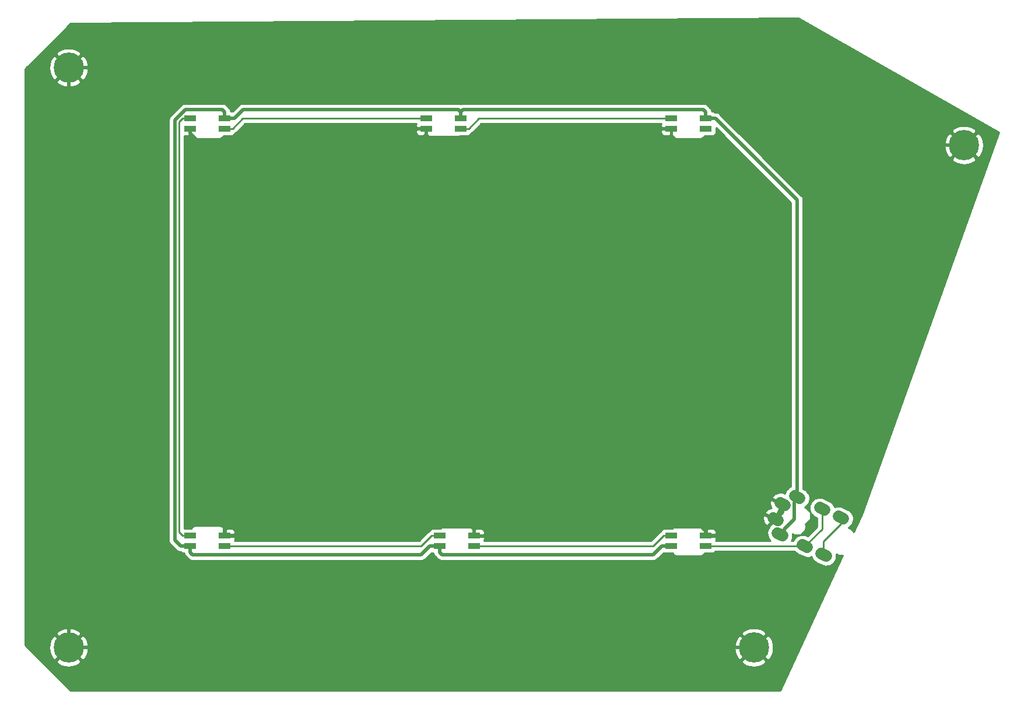
<source format=gbr>
G04 #@! TF.GenerationSoftware,KiCad,Pcbnew,5.1.5+dfsg1-2build2*
G04 #@! TF.CreationDate,2021-03-23T21:18:19+09:00*
G04 #@! TF.ProjectId,rest,72657374-2e6b-4696-9361-645f70636258,rev?*
G04 #@! TF.SameCoordinates,Original*
G04 #@! TF.FileFunction,Copper,L1,Top*
G04 #@! TF.FilePolarity,Positive*
%FSLAX46Y46*%
G04 Gerber Fmt 4.6, Leading zero omitted, Abs format (unit mm)*
G04 Created by KiCad (PCBNEW 5.1.5+dfsg1-2build2) date 2021-03-23 21:18:19*
%MOMM*%
%LPD*%
G04 APERTURE LIST*
%ADD10R,1.800000X0.820000*%
%ADD11C,1.700000*%
%ADD12C,4.400000*%
%ADD13C,0.700000*%
%ADD14C,0.500000*%
%ADD15C,0.250000*%
%ADD16C,0.254000*%
G04 APERTURE END LIST*
D10*
X59655000Y-108220000D03*
X59655000Y-106720000D03*
X54655000Y-106720000D03*
X54655000Y-108220000D03*
D11*
X143141253Y-101334626D02*
X142415617Y-100997798D01*
X140012336Y-104512657D02*
X139286700Y-104175829D01*
X149490561Y-104281876D02*
X148764925Y-103945048D01*
X146769429Y-103018769D02*
X146043793Y-102681941D01*
X146985398Y-109678788D02*
X146259762Y-109341960D01*
X144264266Y-108415681D02*
X143538630Y-108078853D01*
X140636089Y-106731538D02*
X139910453Y-106394710D01*
X141043874Y-102290399D02*
X140318238Y-101953571D01*
D10*
X129505000Y-108220000D03*
X129505000Y-106720000D03*
X124505000Y-106720000D03*
X124505000Y-108220000D03*
X90850000Y-108220000D03*
X90850000Y-106720000D03*
X95850000Y-106720000D03*
X95850000Y-108220000D03*
X59655000Y-46095000D03*
X59655000Y-47595000D03*
X54655000Y-47595000D03*
X54655000Y-46095000D03*
X88945000Y-46095000D03*
X88945000Y-47595000D03*
X93945000Y-47595000D03*
X93945000Y-46095000D03*
X129505000Y-46095000D03*
X129505000Y-47595000D03*
X124505000Y-47595000D03*
X124505000Y-46095000D03*
D12*
X37000000Y-123000000D03*
D13*
X38650000Y-123000000D03*
X38166726Y-124166726D03*
X37000000Y-124650000D03*
X35833274Y-124166726D03*
X35350000Y-123000000D03*
X35833274Y-121833274D03*
X37000000Y-121350000D03*
X38166726Y-121833274D03*
X38166726Y-37583274D03*
X37000000Y-37100000D03*
X35833274Y-37583274D03*
X35350000Y-38750000D03*
X35833274Y-39916726D03*
X37000000Y-40400000D03*
X38166726Y-39916726D03*
X38650000Y-38750000D03*
D12*
X37000000Y-38750000D03*
X136500000Y-123000000D03*
D13*
X138150000Y-123000000D03*
X137666726Y-124166726D03*
X136500000Y-124650000D03*
X135333274Y-124166726D03*
X134850000Y-123000000D03*
X135333274Y-121833274D03*
X136500000Y-121350000D03*
X137666726Y-121833274D03*
X168166726Y-48833274D03*
X167000000Y-48350000D03*
X165833274Y-48833274D03*
X165350000Y-50000000D03*
X165833274Y-51166726D03*
X167000000Y-51650000D03*
X168166726Y-51166726D03*
X168650000Y-50000000D03*
D12*
X167000000Y-50000000D03*
D14*
X140681056Y-103312705D02*
X139649518Y-104344243D01*
X140681056Y-102121985D02*
X140681056Y-103312705D01*
X95850000Y-105810000D02*
X95850000Y-106720000D01*
X96200010Y-105459990D02*
X95850000Y-105810000D01*
X128916253Y-105459990D02*
X96200010Y-105459990D01*
X129505000Y-106048737D02*
X128916253Y-105459990D01*
X129505000Y-106720000D02*
X129505000Y-106048737D01*
X89295010Y-48855010D02*
X88945000Y-48505000D01*
X121844990Y-48855010D02*
X89295010Y-48855010D01*
X123105000Y-47595000D02*
X121844990Y-48855010D01*
X124505000Y-47595000D02*
X123105000Y-47595000D01*
X88945000Y-48505000D02*
X84183737Y-53266263D01*
X88945000Y-47595000D02*
X88945000Y-48505000D01*
X95499990Y-105459990D02*
X95850000Y-105810000D01*
X61055000Y-106720000D02*
X62315010Y-105459990D01*
X59655000Y-106720000D02*
X61055000Y-106720000D01*
X54655000Y-48266263D02*
X59655000Y-53266263D01*
X62315010Y-105459990D02*
X95499990Y-105459990D01*
X54655000Y-47595000D02*
X54655000Y-48266263D01*
X59655000Y-53266263D02*
X84183737Y-53266263D01*
X137273761Y-106720000D02*
X129505000Y-106720000D01*
X139649518Y-104344243D02*
X137273761Y-106720000D01*
X59655000Y-98720000D02*
X59655000Y-53266263D01*
X59655000Y-106720000D02*
X59655000Y-98720000D01*
X40111269Y-38750000D02*
X37000000Y-38750000D01*
X163888731Y-50000000D02*
X152638731Y-38750000D01*
X152638731Y-38750000D02*
X40111269Y-38750000D01*
X167000000Y-50000000D02*
X163888731Y-50000000D01*
X37000000Y-38750000D02*
X37000000Y-123000000D01*
X37000000Y-123000000D02*
X136500000Y-123000000D01*
D15*
X146406611Y-102850355D02*
X146406611Y-105742104D01*
X146406611Y-105742104D02*
X143901448Y-108247267D01*
D14*
X142778435Y-101476565D02*
X142340778Y-101914222D01*
X142340778Y-104366195D02*
X140913293Y-105793680D01*
X140913293Y-105793680D02*
X140913293Y-105923102D01*
X140913293Y-105923102D02*
X140273271Y-106563124D01*
X142778435Y-101166212D02*
X142778435Y-101476565D01*
X142340778Y-101914222D02*
X142340778Y-104366195D01*
X90850000Y-109130000D02*
X90850000Y-108220000D01*
X91200010Y-109480010D02*
X90850000Y-109130000D01*
X121844990Y-109480010D02*
X91200010Y-109480010D01*
X123105000Y-108220000D02*
X121844990Y-109480010D01*
X124505000Y-108220000D02*
X123105000Y-108220000D01*
X54655000Y-109130000D02*
X54655000Y-108220000D01*
X55005010Y-109480010D02*
X54655000Y-109130000D01*
X88189990Y-109480010D02*
X55005010Y-109480010D01*
X89450000Y-108220000D02*
X88189990Y-109480010D01*
X90850000Y-108220000D02*
X89450000Y-108220000D01*
X93594990Y-44834990D02*
X93945000Y-45185000D01*
X62315010Y-44834990D02*
X93594990Y-44834990D01*
X61055000Y-46095000D02*
X62315010Y-44834990D01*
X59655000Y-46095000D02*
X61055000Y-46095000D01*
X129505000Y-45185000D02*
X129505000Y-46095000D01*
X129154990Y-44834990D02*
X129505000Y-45185000D01*
X94295010Y-44834990D02*
X129154990Y-44834990D01*
X93945000Y-45185000D02*
X94295010Y-44834990D01*
X93945000Y-46095000D02*
X93945000Y-45185000D01*
X52424990Y-107389990D02*
X53255000Y-108220000D01*
X53255000Y-108220000D02*
X54655000Y-108220000D01*
X52424990Y-46361824D02*
X52424990Y-107389990D01*
X53951824Y-44834990D02*
X52424990Y-46361824D01*
X59304990Y-44834990D02*
X53951824Y-44834990D01*
X59655000Y-45185000D02*
X59304990Y-44834990D01*
X59655000Y-46095000D02*
X59655000Y-45185000D01*
X130905000Y-46095000D02*
X129505000Y-46095000D01*
X142778435Y-57968435D02*
X130905000Y-46095000D01*
X142778435Y-101166212D02*
X142778435Y-57968435D01*
D15*
X149127743Y-104113462D02*
X149127743Y-105050572D01*
X149127743Y-105050572D02*
X146622580Y-107555735D01*
X146622580Y-107555735D02*
X146622580Y-108573264D01*
X146622580Y-108573264D02*
X146622580Y-109510374D01*
X143874181Y-108220000D02*
X143901448Y-108247267D01*
X129505000Y-108220000D02*
X143874181Y-108220000D01*
X97000000Y-108220000D02*
X95850000Y-108220000D01*
X121855000Y-108220000D02*
X97000000Y-108220000D01*
X123355000Y-106720000D02*
X121855000Y-108220000D01*
X124505000Y-106720000D02*
X123355000Y-106720000D01*
X60805000Y-108220000D02*
X59655000Y-108220000D01*
X88200000Y-108220000D02*
X60805000Y-108220000D01*
X89700000Y-106720000D02*
X88200000Y-108220000D01*
X90850000Y-106720000D02*
X89700000Y-106720000D01*
X53505000Y-46095000D02*
X53000000Y-46600000D01*
X54655000Y-46095000D02*
X53505000Y-46095000D01*
X53505000Y-106720000D02*
X54655000Y-106720000D01*
X53000000Y-106215000D02*
X53505000Y-106720000D01*
X53000000Y-106215000D02*
X53000000Y-93000000D01*
X53000000Y-93000000D02*
X53000000Y-93215000D01*
X53000000Y-46600000D02*
X53000000Y-93000000D01*
X87795000Y-46095000D02*
X88945000Y-46095000D01*
X62305000Y-46095000D02*
X87795000Y-46095000D01*
X60805000Y-47595000D02*
X62305000Y-46095000D01*
X59655000Y-47595000D02*
X60805000Y-47595000D01*
X123355000Y-46095000D02*
X124505000Y-46095000D01*
X96595000Y-46095000D02*
X123355000Y-46095000D01*
X95095000Y-47595000D02*
X96595000Y-46095000D01*
X93945000Y-47595000D02*
X95095000Y-47595000D01*
D16*
G36*
X172098953Y-48154635D02*
G01*
X152147386Y-103684184D01*
X150977871Y-106208463D01*
X150970690Y-106191127D01*
X150835534Y-105988852D01*
X150663514Y-105816832D01*
X150461239Y-105681676D01*
X150236483Y-105588579D01*
X150210452Y-105583401D01*
X150266892Y-105556208D01*
X150500586Y-105380267D01*
X150695464Y-105162116D01*
X150844038Y-104910137D01*
X150940599Y-104634015D01*
X150981436Y-104344360D01*
X150964979Y-104052303D01*
X150891862Y-103769071D01*
X150764893Y-103505544D01*
X150588951Y-103271851D01*
X150370801Y-103076973D01*
X150181966Y-102965630D01*
X149323992Y-102567373D01*
X149117064Y-102495009D01*
X148827409Y-102454173D01*
X148535353Y-102470629D01*
X148252120Y-102543747D01*
X148188408Y-102574444D01*
X148170730Y-102505964D01*
X148043761Y-102242437D01*
X147867819Y-102008744D01*
X147649669Y-101813866D01*
X147460834Y-101702523D01*
X146602860Y-101304266D01*
X146395932Y-101231902D01*
X146106277Y-101191066D01*
X145814221Y-101207522D01*
X145530988Y-101280640D01*
X145267462Y-101407609D01*
X145033768Y-101583550D01*
X144838890Y-101801701D01*
X144690315Y-102053680D01*
X144593754Y-102329802D01*
X144552918Y-102619457D01*
X144569374Y-102911513D01*
X144642492Y-103194746D01*
X144769461Y-103458272D01*
X144945402Y-103691966D01*
X145163553Y-103886844D01*
X145352388Y-103998187D01*
X145646611Y-104134761D01*
X145646612Y-105427300D01*
X144285541Y-106788372D01*
X144097697Y-106701178D01*
X143890769Y-106628814D01*
X143601114Y-106587978D01*
X143309058Y-106604434D01*
X143025825Y-106677552D01*
X142762299Y-106804521D01*
X142528605Y-106980462D01*
X142333727Y-107198613D01*
X142185152Y-107450592D01*
X142181862Y-107460000D01*
X141930485Y-107460000D01*
X141989566Y-107359799D01*
X142086127Y-107083677D01*
X142126964Y-106794022D01*
X142110507Y-106501965D01*
X142093488Y-106436040D01*
X142205134Y-106510639D01*
X142429890Y-106603736D01*
X142668489Y-106651196D01*
X142911763Y-106651196D01*
X143150362Y-106603736D01*
X143375118Y-106510639D01*
X143577393Y-106375483D01*
X143749413Y-106203463D01*
X143884569Y-106001188D01*
X143977666Y-105776432D01*
X144025126Y-105537833D01*
X144025126Y-105294559D01*
X143977666Y-105055960D01*
X143950431Y-104990208D01*
X144111931Y-104923312D01*
X144314206Y-104788156D01*
X144486226Y-104616136D01*
X144621382Y-104413861D01*
X144714479Y-104189105D01*
X144761939Y-103950506D01*
X144761939Y-103707232D01*
X144714479Y-103468633D01*
X144621382Y-103243877D01*
X144486226Y-103041602D01*
X144314206Y-102869582D01*
X144111931Y-102734426D01*
X143887175Y-102641329D01*
X143861144Y-102636151D01*
X143917584Y-102608958D01*
X144151278Y-102433017D01*
X144346156Y-102214866D01*
X144494730Y-101962887D01*
X144591291Y-101686765D01*
X144632128Y-101397110D01*
X144615671Y-101105053D01*
X144542554Y-100821821D01*
X144415585Y-100558294D01*
X144239643Y-100324601D01*
X144021493Y-100129723D01*
X143832658Y-100018380D01*
X143663435Y-99939830D01*
X143663435Y-58011904D01*
X143667716Y-57968435D01*
X143663435Y-57924966D01*
X143663435Y-57924958D01*
X143650630Y-57794945D01*
X143600024Y-57628122D01*
X143517846Y-57474376D01*
X143407252Y-57339618D01*
X143373484Y-57311905D01*
X138051354Y-51989775D01*
X165189830Y-51989775D01*
X165429976Y-52377018D01*
X165923877Y-52637641D01*
X166459133Y-52796901D01*
X167015174Y-52848678D01*
X167570632Y-52790981D01*
X168104161Y-52626028D01*
X168570024Y-52377018D01*
X168810170Y-51989775D01*
X167000000Y-50179605D01*
X165189830Y-51989775D01*
X138051354Y-51989775D01*
X136076753Y-50015174D01*
X164151322Y-50015174D01*
X164209019Y-50570632D01*
X164373972Y-51104161D01*
X164622982Y-51570024D01*
X165010225Y-51810170D01*
X166820395Y-50000000D01*
X167179605Y-50000000D01*
X168989775Y-51810170D01*
X169377018Y-51570024D01*
X169637641Y-51076123D01*
X169796901Y-50540867D01*
X169848678Y-49984826D01*
X169790981Y-49429368D01*
X169626028Y-48895839D01*
X169377018Y-48429976D01*
X168989775Y-48189830D01*
X167179605Y-50000000D01*
X166820395Y-50000000D01*
X165010225Y-48189830D01*
X164622982Y-48429976D01*
X164362359Y-48923877D01*
X164203099Y-49459133D01*
X164151322Y-50015174D01*
X136076753Y-50015174D01*
X134071804Y-48010225D01*
X165189830Y-48010225D01*
X167000000Y-49820395D01*
X168810170Y-48010225D01*
X168570024Y-47622982D01*
X168076123Y-47362359D01*
X167540867Y-47203099D01*
X166984826Y-47151322D01*
X166429368Y-47209019D01*
X165895839Y-47373972D01*
X165429976Y-47622982D01*
X165189830Y-48010225D01*
X134071804Y-48010225D01*
X131561532Y-45499954D01*
X131533817Y-45466183D01*
X131399059Y-45355589D01*
X131245313Y-45273411D01*
X131078490Y-45222805D01*
X130948477Y-45210000D01*
X130948469Y-45210000D01*
X130905000Y-45205719D01*
X130861531Y-45210000D01*
X130827166Y-45210000D01*
X130759494Y-45154463D01*
X130649180Y-45095498D01*
X130529482Y-45059188D01*
X130405000Y-45046928D01*
X130380683Y-45046928D01*
X130377195Y-45011510D01*
X130326589Y-44844687D01*
X130244411Y-44690941D01*
X130133817Y-44556183D01*
X130100045Y-44528467D01*
X129811524Y-44239946D01*
X129783807Y-44206173D01*
X129649049Y-44095579D01*
X129495303Y-44013401D01*
X129328480Y-43962795D01*
X129198467Y-43949990D01*
X129198459Y-43949990D01*
X129154990Y-43945709D01*
X129111521Y-43949990D01*
X94338479Y-43949990D01*
X94295010Y-43945709D01*
X94251541Y-43949990D01*
X94251533Y-43949990D01*
X94121520Y-43962795D01*
X93954697Y-44013401D01*
X93945000Y-44018584D01*
X93935303Y-44013401D01*
X93768480Y-43962795D01*
X93638467Y-43949990D01*
X93638459Y-43949990D01*
X93594990Y-43945709D01*
X93551521Y-43949990D01*
X62358475Y-43949990D01*
X62315009Y-43945709D01*
X62271543Y-43949990D01*
X62271533Y-43949990D01*
X62141520Y-43962795D01*
X61974697Y-44013401D01*
X61820951Y-44095579D01*
X61820949Y-44095580D01*
X61820950Y-44095580D01*
X61719963Y-44178458D01*
X61719961Y-44178460D01*
X61686193Y-44206173D01*
X61658480Y-44239941D01*
X60801620Y-45096802D01*
X60799180Y-45095498D01*
X60679482Y-45059188D01*
X60555000Y-45046928D01*
X60530683Y-45046928D01*
X60527195Y-45011510D01*
X60476589Y-44844687D01*
X60394411Y-44690941D01*
X60283817Y-44556183D01*
X60250044Y-44528466D01*
X59961524Y-44239946D01*
X59933807Y-44206173D01*
X59799049Y-44095579D01*
X59645303Y-44013401D01*
X59478480Y-43962795D01*
X59348467Y-43949990D01*
X59348459Y-43949990D01*
X59304990Y-43945709D01*
X59261521Y-43949990D01*
X53995289Y-43949990D01*
X53951823Y-43945709D01*
X53908357Y-43949990D01*
X53908347Y-43949990D01*
X53778334Y-43962795D01*
X53611511Y-44013401D01*
X53457765Y-44095579D01*
X53457763Y-44095580D01*
X53457764Y-44095580D01*
X53356777Y-44178458D01*
X53356775Y-44178460D01*
X53323007Y-44206173D01*
X53295294Y-44239941D01*
X51829946Y-45705290D01*
X51796173Y-45733007D01*
X51685579Y-45867766D01*
X51603401Y-46021512D01*
X51581108Y-46095001D01*
X51556621Y-46175724D01*
X51552795Y-46188335D01*
X51539990Y-46318348D01*
X51539990Y-46318355D01*
X51535709Y-46361824D01*
X51539990Y-46405293D01*
X51539991Y-107346511D01*
X51535709Y-107389990D01*
X51552795Y-107563480D01*
X51603402Y-107730303D01*
X51685580Y-107884049D01*
X51768458Y-107985036D01*
X51768461Y-107985039D01*
X51796174Y-108018807D01*
X51829941Y-108046519D01*
X52598468Y-108815047D01*
X52626183Y-108848817D01*
X52659951Y-108876530D01*
X52659953Y-108876532D01*
X52719677Y-108925546D01*
X52760941Y-108959411D01*
X52914687Y-109041589D01*
X53081510Y-109092195D01*
X53211523Y-109105000D01*
X53211533Y-109105000D01*
X53254999Y-109109281D01*
X53298465Y-109105000D01*
X53332834Y-109105000D01*
X53400506Y-109160537D01*
X53510820Y-109219502D01*
X53630518Y-109255812D01*
X53755000Y-109268072D01*
X53779317Y-109268072D01*
X53782805Y-109303489D01*
X53833411Y-109470312D01*
X53915589Y-109624058D01*
X54026183Y-109758817D01*
X54059956Y-109786534D01*
X54348476Y-110075054D01*
X54376193Y-110108827D01*
X54510951Y-110219421D01*
X54664697Y-110301599D01*
X54831520Y-110352205D01*
X54961533Y-110365010D01*
X54961541Y-110365010D01*
X55005010Y-110369291D01*
X55048479Y-110365010D01*
X88146521Y-110365010D01*
X88189990Y-110369291D01*
X88233459Y-110365010D01*
X88233467Y-110365010D01*
X88363480Y-110352205D01*
X88530303Y-110301599D01*
X88684049Y-110219421D01*
X88818807Y-110108827D01*
X88846524Y-110075054D01*
X89703381Y-109218198D01*
X89705820Y-109219502D01*
X89825518Y-109255812D01*
X89950000Y-109268072D01*
X89974317Y-109268072D01*
X89977805Y-109303489D01*
X90028411Y-109470312D01*
X90110589Y-109624058D01*
X90221183Y-109758817D01*
X90254956Y-109786534D01*
X90543476Y-110075054D01*
X90571193Y-110108827D01*
X90705951Y-110219421D01*
X90859697Y-110301599D01*
X91026520Y-110352205D01*
X91156533Y-110365010D01*
X91156541Y-110365010D01*
X91200010Y-110369291D01*
X91243479Y-110365010D01*
X121801521Y-110365010D01*
X121844990Y-110369291D01*
X121888459Y-110365010D01*
X121888467Y-110365010D01*
X122018480Y-110352205D01*
X122185303Y-110301599D01*
X122339049Y-110219421D01*
X122473807Y-110108827D01*
X122501524Y-110075054D01*
X123358381Y-109218198D01*
X123360820Y-109219502D01*
X123480518Y-109255812D01*
X123605000Y-109268072D01*
X124676272Y-109268072D01*
X124724333Y-109357989D01*
X124811183Y-109463817D01*
X124917011Y-109550667D01*
X125037748Y-109615202D01*
X125168756Y-109654943D01*
X125270865Y-109665000D01*
X125270866Y-109665000D01*
X125305000Y-109668362D01*
X125339135Y-109665000D01*
X128670865Y-109665000D01*
X128705000Y-109668362D01*
X128739134Y-109665000D01*
X128739135Y-109665000D01*
X128841244Y-109654943D01*
X128972252Y-109615202D01*
X129092989Y-109550667D01*
X129198817Y-109463817D01*
X129285667Y-109357989D01*
X129333728Y-109268072D01*
X130405000Y-109268072D01*
X130529482Y-109255812D01*
X130649180Y-109219502D01*
X130759494Y-109160537D01*
X130856185Y-109081185D01*
X130935537Y-108984494D01*
X130937939Y-108980000D01*
X142358268Y-108980000D01*
X142440239Y-109088878D01*
X142658390Y-109283756D01*
X142847225Y-109395099D01*
X143705197Y-109793356D01*
X143912126Y-109865720D01*
X144201780Y-109906556D01*
X144493837Y-109890100D01*
X144777070Y-109816982D01*
X144840783Y-109786285D01*
X144858461Y-109854765D01*
X144985430Y-110118291D01*
X145161371Y-110351985D01*
X145379522Y-110546863D01*
X145568357Y-110658206D01*
X146426329Y-111056463D01*
X146633258Y-111128827D01*
X146922912Y-111169663D01*
X147214969Y-111153207D01*
X147498202Y-111080089D01*
X147761729Y-110953120D01*
X147995423Y-110777179D01*
X148190301Y-110559028D01*
X148338875Y-110307049D01*
X148435436Y-110030927D01*
X148476273Y-109741272D01*
X148459816Y-109449215D01*
X148442797Y-109383290D01*
X148554442Y-109457889D01*
X148779198Y-109550986D01*
X149017797Y-109598446D01*
X149261071Y-109598446D01*
X149422111Y-109566413D01*
X140326495Y-129198378D01*
X37298016Y-129198378D01*
X33079136Y-124989775D01*
X35189830Y-124989775D01*
X35429976Y-125377018D01*
X35923877Y-125637641D01*
X36459133Y-125796901D01*
X37015174Y-125848678D01*
X37570632Y-125790981D01*
X38104161Y-125626028D01*
X38570024Y-125377018D01*
X38810170Y-124989775D01*
X134689830Y-124989775D01*
X134929976Y-125377018D01*
X135423877Y-125637641D01*
X135959133Y-125796901D01*
X136515174Y-125848678D01*
X137070632Y-125790981D01*
X137604161Y-125626028D01*
X138070024Y-125377018D01*
X138310170Y-124989775D01*
X136500000Y-123179605D01*
X134689830Y-124989775D01*
X38810170Y-124989775D01*
X37000000Y-123179605D01*
X35189830Y-124989775D01*
X33079136Y-124989775D01*
X31099712Y-123015174D01*
X34151322Y-123015174D01*
X34209019Y-123570632D01*
X34373972Y-124104161D01*
X34622982Y-124570024D01*
X35010225Y-124810170D01*
X36820395Y-123000000D01*
X37179605Y-123000000D01*
X38989775Y-124810170D01*
X39377018Y-124570024D01*
X39637641Y-124076123D01*
X39796901Y-123540867D01*
X39845852Y-123015174D01*
X133651322Y-123015174D01*
X133709019Y-123570632D01*
X133873972Y-124104161D01*
X134122982Y-124570024D01*
X134510225Y-124810170D01*
X136320395Y-123000000D01*
X136679605Y-123000000D01*
X138489775Y-124810170D01*
X138877018Y-124570024D01*
X139137641Y-124076123D01*
X139296901Y-123540867D01*
X139348678Y-122984826D01*
X139290981Y-122429368D01*
X139126028Y-121895839D01*
X138877018Y-121429976D01*
X138489775Y-121189830D01*
X136679605Y-123000000D01*
X136320395Y-123000000D01*
X134510225Y-121189830D01*
X134122982Y-121429976D01*
X133862359Y-121923877D01*
X133703099Y-122459133D01*
X133651322Y-123015174D01*
X39845852Y-123015174D01*
X39848678Y-122984826D01*
X39790981Y-122429368D01*
X39626028Y-121895839D01*
X39377018Y-121429976D01*
X38989775Y-121189830D01*
X37179605Y-123000000D01*
X36820395Y-123000000D01*
X35010225Y-121189830D01*
X34622982Y-121429976D01*
X34362359Y-121923877D01*
X34203099Y-122459133D01*
X34151322Y-123015174D01*
X31099712Y-123015174D01*
X30712000Y-122628407D01*
X30712000Y-121010225D01*
X35189830Y-121010225D01*
X37000000Y-122820395D01*
X38810170Y-121010225D01*
X134689830Y-121010225D01*
X136500000Y-122820395D01*
X138310170Y-121010225D01*
X138070024Y-120622982D01*
X137576123Y-120362359D01*
X137040867Y-120203099D01*
X136484826Y-120151322D01*
X135929368Y-120209019D01*
X135395839Y-120373972D01*
X134929976Y-120622982D01*
X134689830Y-121010225D01*
X38810170Y-121010225D01*
X38570024Y-120622982D01*
X38076123Y-120362359D01*
X37540867Y-120203099D01*
X36984826Y-120151322D01*
X36429368Y-120209019D01*
X35895839Y-120373972D01*
X35429976Y-120622982D01*
X35189830Y-121010225D01*
X30712000Y-121010225D01*
X30712000Y-40739775D01*
X35189830Y-40739775D01*
X35429976Y-41127018D01*
X35923877Y-41387641D01*
X36459133Y-41546901D01*
X37015174Y-41598678D01*
X37570632Y-41540981D01*
X38104161Y-41376028D01*
X38570024Y-41127018D01*
X38810170Y-40739775D01*
X37000000Y-38929605D01*
X35189830Y-40739775D01*
X30712000Y-40739775D01*
X30712000Y-38939223D01*
X30884259Y-38765174D01*
X34151322Y-38765174D01*
X34209019Y-39320632D01*
X34373972Y-39854161D01*
X34622982Y-40320024D01*
X35010225Y-40560170D01*
X36820395Y-38750000D01*
X37179605Y-38750000D01*
X38989775Y-40560170D01*
X39377018Y-40320024D01*
X39637641Y-39826123D01*
X39796901Y-39290867D01*
X39848678Y-38734826D01*
X39790981Y-38179368D01*
X39626028Y-37645839D01*
X39377018Y-37179976D01*
X38989775Y-36939830D01*
X37179605Y-38750000D01*
X36820395Y-38750000D01*
X35010225Y-36939830D01*
X34622982Y-37179976D01*
X34362359Y-37673877D01*
X34203099Y-38209133D01*
X34151322Y-38765174D01*
X30884259Y-38765174D01*
X32868590Y-36760225D01*
X35189830Y-36760225D01*
X37000000Y-38570395D01*
X38810170Y-36760225D01*
X38570024Y-36372982D01*
X38076123Y-36112359D01*
X37540867Y-35953099D01*
X36984826Y-35901322D01*
X36429368Y-35959019D01*
X35895839Y-36123972D01*
X35429976Y-36372982D01*
X35189830Y-36760225D01*
X32868590Y-36760225D01*
X37302991Y-32279749D01*
X142958599Y-31505116D01*
X172098953Y-48154635D01*
G37*
X172098953Y-48154635D02*
X152147386Y-103684184D01*
X150977871Y-106208463D01*
X150970690Y-106191127D01*
X150835534Y-105988852D01*
X150663514Y-105816832D01*
X150461239Y-105681676D01*
X150236483Y-105588579D01*
X150210452Y-105583401D01*
X150266892Y-105556208D01*
X150500586Y-105380267D01*
X150695464Y-105162116D01*
X150844038Y-104910137D01*
X150940599Y-104634015D01*
X150981436Y-104344360D01*
X150964979Y-104052303D01*
X150891862Y-103769071D01*
X150764893Y-103505544D01*
X150588951Y-103271851D01*
X150370801Y-103076973D01*
X150181966Y-102965630D01*
X149323992Y-102567373D01*
X149117064Y-102495009D01*
X148827409Y-102454173D01*
X148535353Y-102470629D01*
X148252120Y-102543747D01*
X148188408Y-102574444D01*
X148170730Y-102505964D01*
X148043761Y-102242437D01*
X147867819Y-102008744D01*
X147649669Y-101813866D01*
X147460834Y-101702523D01*
X146602860Y-101304266D01*
X146395932Y-101231902D01*
X146106277Y-101191066D01*
X145814221Y-101207522D01*
X145530988Y-101280640D01*
X145267462Y-101407609D01*
X145033768Y-101583550D01*
X144838890Y-101801701D01*
X144690315Y-102053680D01*
X144593754Y-102329802D01*
X144552918Y-102619457D01*
X144569374Y-102911513D01*
X144642492Y-103194746D01*
X144769461Y-103458272D01*
X144945402Y-103691966D01*
X145163553Y-103886844D01*
X145352388Y-103998187D01*
X145646611Y-104134761D01*
X145646612Y-105427300D01*
X144285541Y-106788372D01*
X144097697Y-106701178D01*
X143890769Y-106628814D01*
X143601114Y-106587978D01*
X143309058Y-106604434D01*
X143025825Y-106677552D01*
X142762299Y-106804521D01*
X142528605Y-106980462D01*
X142333727Y-107198613D01*
X142185152Y-107450592D01*
X142181862Y-107460000D01*
X141930485Y-107460000D01*
X141989566Y-107359799D01*
X142086127Y-107083677D01*
X142126964Y-106794022D01*
X142110507Y-106501965D01*
X142093488Y-106436040D01*
X142205134Y-106510639D01*
X142429890Y-106603736D01*
X142668489Y-106651196D01*
X142911763Y-106651196D01*
X143150362Y-106603736D01*
X143375118Y-106510639D01*
X143577393Y-106375483D01*
X143749413Y-106203463D01*
X143884569Y-106001188D01*
X143977666Y-105776432D01*
X144025126Y-105537833D01*
X144025126Y-105294559D01*
X143977666Y-105055960D01*
X143950431Y-104990208D01*
X144111931Y-104923312D01*
X144314206Y-104788156D01*
X144486226Y-104616136D01*
X144621382Y-104413861D01*
X144714479Y-104189105D01*
X144761939Y-103950506D01*
X144761939Y-103707232D01*
X144714479Y-103468633D01*
X144621382Y-103243877D01*
X144486226Y-103041602D01*
X144314206Y-102869582D01*
X144111931Y-102734426D01*
X143887175Y-102641329D01*
X143861144Y-102636151D01*
X143917584Y-102608958D01*
X144151278Y-102433017D01*
X144346156Y-102214866D01*
X144494730Y-101962887D01*
X144591291Y-101686765D01*
X144632128Y-101397110D01*
X144615671Y-101105053D01*
X144542554Y-100821821D01*
X144415585Y-100558294D01*
X144239643Y-100324601D01*
X144021493Y-100129723D01*
X143832658Y-100018380D01*
X143663435Y-99939830D01*
X143663435Y-58011904D01*
X143667716Y-57968435D01*
X143663435Y-57924966D01*
X143663435Y-57924958D01*
X143650630Y-57794945D01*
X143600024Y-57628122D01*
X143517846Y-57474376D01*
X143407252Y-57339618D01*
X143373484Y-57311905D01*
X138051354Y-51989775D01*
X165189830Y-51989775D01*
X165429976Y-52377018D01*
X165923877Y-52637641D01*
X166459133Y-52796901D01*
X167015174Y-52848678D01*
X167570632Y-52790981D01*
X168104161Y-52626028D01*
X168570024Y-52377018D01*
X168810170Y-51989775D01*
X167000000Y-50179605D01*
X165189830Y-51989775D01*
X138051354Y-51989775D01*
X136076753Y-50015174D01*
X164151322Y-50015174D01*
X164209019Y-50570632D01*
X164373972Y-51104161D01*
X164622982Y-51570024D01*
X165010225Y-51810170D01*
X166820395Y-50000000D01*
X167179605Y-50000000D01*
X168989775Y-51810170D01*
X169377018Y-51570024D01*
X169637641Y-51076123D01*
X169796901Y-50540867D01*
X169848678Y-49984826D01*
X169790981Y-49429368D01*
X169626028Y-48895839D01*
X169377018Y-48429976D01*
X168989775Y-48189830D01*
X167179605Y-50000000D01*
X166820395Y-50000000D01*
X165010225Y-48189830D01*
X164622982Y-48429976D01*
X164362359Y-48923877D01*
X164203099Y-49459133D01*
X164151322Y-50015174D01*
X136076753Y-50015174D01*
X134071804Y-48010225D01*
X165189830Y-48010225D01*
X167000000Y-49820395D01*
X168810170Y-48010225D01*
X168570024Y-47622982D01*
X168076123Y-47362359D01*
X167540867Y-47203099D01*
X166984826Y-47151322D01*
X166429368Y-47209019D01*
X165895839Y-47373972D01*
X165429976Y-47622982D01*
X165189830Y-48010225D01*
X134071804Y-48010225D01*
X131561532Y-45499954D01*
X131533817Y-45466183D01*
X131399059Y-45355589D01*
X131245313Y-45273411D01*
X131078490Y-45222805D01*
X130948477Y-45210000D01*
X130948469Y-45210000D01*
X130905000Y-45205719D01*
X130861531Y-45210000D01*
X130827166Y-45210000D01*
X130759494Y-45154463D01*
X130649180Y-45095498D01*
X130529482Y-45059188D01*
X130405000Y-45046928D01*
X130380683Y-45046928D01*
X130377195Y-45011510D01*
X130326589Y-44844687D01*
X130244411Y-44690941D01*
X130133817Y-44556183D01*
X130100045Y-44528467D01*
X129811524Y-44239946D01*
X129783807Y-44206173D01*
X129649049Y-44095579D01*
X129495303Y-44013401D01*
X129328480Y-43962795D01*
X129198467Y-43949990D01*
X129198459Y-43949990D01*
X129154990Y-43945709D01*
X129111521Y-43949990D01*
X94338479Y-43949990D01*
X94295010Y-43945709D01*
X94251541Y-43949990D01*
X94251533Y-43949990D01*
X94121520Y-43962795D01*
X93954697Y-44013401D01*
X93945000Y-44018584D01*
X93935303Y-44013401D01*
X93768480Y-43962795D01*
X93638467Y-43949990D01*
X93638459Y-43949990D01*
X93594990Y-43945709D01*
X93551521Y-43949990D01*
X62358475Y-43949990D01*
X62315009Y-43945709D01*
X62271543Y-43949990D01*
X62271533Y-43949990D01*
X62141520Y-43962795D01*
X61974697Y-44013401D01*
X61820951Y-44095579D01*
X61820949Y-44095580D01*
X61820950Y-44095580D01*
X61719963Y-44178458D01*
X61719961Y-44178460D01*
X61686193Y-44206173D01*
X61658480Y-44239941D01*
X60801620Y-45096802D01*
X60799180Y-45095498D01*
X60679482Y-45059188D01*
X60555000Y-45046928D01*
X60530683Y-45046928D01*
X60527195Y-45011510D01*
X60476589Y-44844687D01*
X60394411Y-44690941D01*
X60283817Y-44556183D01*
X60250044Y-44528466D01*
X59961524Y-44239946D01*
X59933807Y-44206173D01*
X59799049Y-44095579D01*
X59645303Y-44013401D01*
X59478480Y-43962795D01*
X59348467Y-43949990D01*
X59348459Y-43949990D01*
X59304990Y-43945709D01*
X59261521Y-43949990D01*
X53995289Y-43949990D01*
X53951823Y-43945709D01*
X53908357Y-43949990D01*
X53908347Y-43949990D01*
X53778334Y-43962795D01*
X53611511Y-44013401D01*
X53457765Y-44095579D01*
X53457763Y-44095580D01*
X53457764Y-44095580D01*
X53356777Y-44178458D01*
X53356775Y-44178460D01*
X53323007Y-44206173D01*
X53295294Y-44239941D01*
X51829946Y-45705290D01*
X51796173Y-45733007D01*
X51685579Y-45867766D01*
X51603401Y-46021512D01*
X51581108Y-46095001D01*
X51556621Y-46175724D01*
X51552795Y-46188335D01*
X51539990Y-46318348D01*
X51539990Y-46318355D01*
X51535709Y-46361824D01*
X51539990Y-46405293D01*
X51539991Y-107346511D01*
X51535709Y-107389990D01*
X51552795Y-107563480D01*
X51603402Y-107730303D01*
X51685580Y-107884049D01*
X51768458Y-107985036D01*
X51768461Y-107985039D01*
X51796174Y-108018807D01*
X51829941Y-108046519D01*
X52598468Y-108815047D01*
X52626183Y-108848817D01*
X52659951Y-108876530D01*
X52659953Y-108876532D01*
X52719677Y-108925546D01*
X52760941Y-108959411D01*
X52914687Y-109041589D01*
X53081510Y-109092195D01*
X53211523Y-109105000D01*
X53211533Y-109105000D01*
X53254999Y-109109281D01*
X53298465Y-109105000D01*
X53332834Y-109105000D01*
X53400506Y-109160537D01*
X53510820Y-109219502D01*
X53630518Y-109255812D01*
X53755000Y-109268072D01*
X53779317Y-109268072D01*
X53782805Y-109303489D01*
X53833411Y-109470312D01*
X53915589Y-109624058D01*
X54026183Y-109758817D01*
X54059956Y-109786534D01*
X54348476Y-110075054D01*
X54376193Y-110108827D01*
X54510951Y-110219421D01*
X54664697Y-110301599D01*
X54831520Y-110352205D01*
X54961533Y-110365010D01*
X54961541Y-110365010D01*
X55005010Y-110369291D01*
X55048479Y-110365010D01*
X88146521Y-110365010D01*
X88189990Y-110369291D01*
X88233459Y-110365010D01*
X88233467Y-110365010D01*
X88363480Y-110352205D01*
X88530303Y-110301599D01*
X88684049Y-110219421D01*
X88818807Y-110108827D01*
X88846524Y-110075054D01*
X89703381Y-109218198D01*
X89705820Y-109219502D01*
X89825518Y-109255812D01*
X89950000Y-109268072D01*
X89974317Y-109268072D01*
X89977805Y-109303489D01*
X90028411Y-109470312D01*
X90110589Y-109624058D01*
X90221183Y-109758817D01*
X90254956Y-109786534D01*
X90543476Y-110075054D01*
X90571193Y-110108827D01*
X90705951Y-110219421D01*
X90859697Y-110301599D01*
X91026520Y-110352205D01*
X91156533Y-110365010D01*
X91156541Y-110365010D01*
X91200010Y-110369291D01*
X91243479Y-110365010D01*
X121801521Y-110365010D01*
X121844990Y-110369291D01*
X121888459Y-110365010D01*
X121888467Y-110365010D01*
X122018480Y-110352205D01*
X122185303Y-110301599D01*
X122339049Y-110219421D01*
X122473807Y-110108827D01*
X122501524Y-110075054D01*
X123358381Y-109218198D01*
X123360820Y-109219502D01*
X123480518Y-109255812D01*
X123605000Y-109268072D01*
X124676272Y-109268072D01*
X124724333Y-109357989D01*
X124811183Y-109463817D01*
X124917011Y-109550667D01*
X125037748Y-109615202D01*
X125168756Y-109654943D01*
X125270865Y-109665000D01*
X125270866Y-109665000D01*
X125305000Y-109668362D01*
X125339135Y-109665000D01*
X128670865Y-109665000D01*
X128705000Y-109668362D01*
X128739134Y-109665000D01*
X128739135Y-109665000D01*
X128841244Y-109654943D01*
X128972252Y-109615202D01*
X129092989Y-109550667D01*
X129198817Y-109463817D01*
X129285667Y-109357989D01*
X129333728Y-109268072D01*
X130405000Y-109268072D01*
X130529482Y-109255812D01*
X130649180Y-109219502D01*
X130759494Y-109160537D01*
X130856185Y-109081185D01*
X130935537Y-108984494D01*
X130937939Y-108980000D01*
X142358268Y-108980000D01*
X142440239Y-109088878D01*
X142658390Y-109283756D01*
X142847225Y-109395099D01*
X143705197Y-109793356D01*
X143912126Y-109865720D01*
X144201780Y-109906556D01*
X144493837Y-109890100D01*
X144777070Y-109816982D01*
X144840783Y-109786285D01*
X144858461Y-109854765D01*
X144985430Y-110118291D01*
X145161371Y-110351985D01*
X145379522Y-110546863D01*
X145568357Y-110658206D01*
X146426329Y-111056463D01*
X146633258Y-111128827D01*
X146922912Y-111169663D01*
X147214969Y-111153207D01*
X147498202Y-111080089D01*
X147761729Y-110953120D01*
X147995423Y-110777179D01*
X148190301Y-110559028D01*
X148338875Y-110307049D01*
X148435436Y-110030927D01*
X148476273Y-109741272D01*
X148459816Y-109449215D01*
X148442797Y-109383290D01*
X148554442Y-109457889D01*
X148779198Y-109550986D01*
X149017797Y-109598446D01*
X149261071Y-109598446D01*
X149422111Y-109566413D01*
X140326495Y-129198378D01*
X37298016Y-129198378D01*
X33079136Y-124989775D01*
X35189830Y-124989775D01*
X35429976Y-125377018D01*
X35923877Y-125637641D01*
X36459133Y-125796901D01*
X37015174Y-125848678D01*
X37570632Y-125790981D01*
X38104161Y-125626028D01*
X38570024Y-125377018D01*
X38810170Y-124989775D01*
X134689830Y-124989775D01*
X134929976Y-125377018D01*
X135423877Y-125637641D01*
X135959133Y-125796901D01*
X136515174Y-125848678D01*
X137070632Y-125790981D01*
X137604161Y-125626028D01*
X138070024Y-125377018D01*
X138310170Y-124989775D01*
X136500000Y-123179605D01*
X134689830Y-124989775D01*
X38810170Y-124989775D01*
X37000000Y-123179605D01*
X35189830Y-124989775D01*
X33079136Y-124989775D01*
X31099712Y-123015174D01*
X34151322Y-123015174D01*
X34209019Y-123570632D01*
X34373972Y-124104161D01*
X34622982Y-124570024D01*
X35010225Y-124810170D01*
X36820395Y-123000000D01*
X37179605Y-123000000D01*
X38989775Y-124810170D01*
X39377018Y-124570024D01*
X39637641Y-124076123D01*
X39796901Y-123540867D01*
X39845852Y-123015174D01*
X133651322Y-123015174D01*
X133709019Y-123570632D01*
X133873972Y-124104161D01*
X134122982Y-124570024D01*
X134510225Y-124810170D01*
X136320395Y-123000000D01*
X136679605Y-123000000D01*
X138489775Y-124810170D01*
X138877018Y-124570024D01*
X139137641Y-124076123D01*
X139296901Y-123540867D01*
X139348678Y-122984826D01*
X139290981Y-122429368D01*
X139126028Y-121895839D01*
X138877018Y-121429976D01*
X138489775Y-121189830D01*
X136679605Y-123000000D01*
X136320395Y-123000000D01*
X134510225Y-121189830D01*
X134122982Y-121429976D01*
X133862359Y-121923877D01*
X133703099Y-122459133D01*
X133651322Y-123015174D01*
X39845852Y-123015174D01*
X39848678Y-122984826D01*
X39790981Y-122429368D01*
X39626028Y-121895839D01*
X39377018Y-121429976D01*
X38989775Y-121189830D01*
X37179605Y-123000000D01*
X36820395Y-123000000D01*
X35010225Y-121189830D01*
X34622982Y-121429976D01*
X34362359Y-121923877D01*
X34203099Y-122459133D01*
X34151322Y-123015174D01*
X31099712Y-123015174D01*
X30712000Y-122628407D01*
X30712000Y-121010225D01*
X35189830Y-121010225D01*
X37000000Y-122820395D01*
X38810170Y-121010225D01*
X134689830Y-121010225D01*
X136500000Y-122820395D01*
X138310170Y-121010225D01*
X138070024Y-120622982D01*
X137576123Y-120362359D01*
X137040867Y-120203099D01*
X136484826Y-120151322D01*
X135929368Y-120209019D01*
X135395839Y-120373972D01*
X134929976Y-120622982D01*
X134689830Y-121010225D01*
X38810170Y-121010225D01*
X38570024Y-120622982D01*
X38076123Y-120362359D01*
X37540867Y-120203099D01*
X36984826Y-120151322D01*
X36429368Y-120209019D01*
X35895839Y-120373972D01*
X35429976Y-120622982D01*
X35189830Y-121010225D01*
X30712000Y-121010225D01*
X30712000Y-40739775D01*
X35189830Y-40739775D01*
X35429976Y-41127018D01*
X35923877Y-41387641D01*
X36459133Y-41546901D01*
X37015174Y-41598678D01*
X37570632Y-41540981D01*
X38104161Y-41376028D01*
X38570024Y-41127018D01*
X38810170Y-40739775D01*
X37000000Y-38929605D01*
X35189830Y-40739775D01*
X30712000Y-40739775D01*
X30712000Y-38939223D01*
X30884259Y-38765174D01*
X34151322Y-38765174D01*
X34209019Y-39320632D01*
X34373972Y-39854161D01*
X34622982Y-40320024D01*
X35010225Y-40560170D01*
X36820395Y-38750000D01*
X37179605Y-38750000D01*
X38989775Y-40560170D01*
X39377018Y-40320024D01*
X39637641Y-39826123D01*
X39796901Y-39290867D01*
X39848678Y-38734826D01*
X39790981Y-38179368D01*
X39626028Y-37645839D01*
X39377018Y-37179976D01*
X38989775Y-36939830D01*
X37179605Y-38750000D01*
X36820395Y-38750000D01*
X35010225Y-36939830D01*
X34622982Y-37179976D01*
X34362359Y-37673877D01*
X34203099Y-38209133D01*
X34151322Y-38765174D01*
X30884259Y-38765174D01*
X32868590Y-36760225D01*
X35189830Y-36760225D01*
X37000000Y-38570395D01*
X38810170Y-36760225D01*
X38570024Y-36372982D01*
X38076123Y-36112359D01*
X37540867Y-35953099D01*
X36984826Y-35901322D01*
X36429368Y-35959019D01*
X35895839Y-36123972D01*
X35429976Y-36372982D01*
X35189830Y-36760225D01*
X32868590Y-36760225D01*
X37302991Y-32279749D01*
X142958599Y-31505116D01*
X172098953Y-48154635D01*
G36*
X87455498Y-46940820D02*
G01*
X87419188Y-47060518D01*
X87406928Y-47185000D01*
X87410000Y-47309250D01*
X87568750Y-47468000D01*
X88818000Y-47468000D01*
X88818000Y-47448000D01*
X89050001Y-47448000D01*
X89050001Y-48310855D01*
X89046638Y-48345000D01*
X89060057Y-48481244D01*
X89099798Y-48612252D01*
X89164333Y-48732989D01*
X89251183Y-48838817D01*
X89357011Y-48925667D01*
X89477748Y-48990202D01*
X89608756Y-49029943D01*
X89710865Y-49040000D01*
X89710866Y-49040000D01*
X89745000Y-49043362D01*
X89779135Y-49040000D01*
X93110865Y-49040000D01*
X93145000Y-49043362D01*
X93179134Y-49040000D01*
X93179135Y-49040000D01*
X93281244Y-49029943D01*
X93412252Y-48990202D01*
X93532989Y-48925667D01*
X93638817Y-48838817D01*
X93725667Y-48732989D01*
X93773728Y-48643072D01*
X94845000Y-48643072D01*
X94969482Y-48630812D01*
X95089180Y-48594502D01*
X95199494Y-48535537D01*
X95296185Y-48456185D01*
X95375537Y-48359494D01*
X95414965Y-48285730D01*
X95519276Y-48229974D01*
X95635001Y-48135001D01*
X95658804Y-48105997D01*
X95759801Y-48005000D01*
X122966928Y-48005000D01*
X122979188Y-48129482D01*
X123015498Y-48249180D01*
X123074463Y-48359494D01*
X123153815Y-48456185D01*
X123250506Y-48535537D01*
X123360820Y-48594502D01*
X123480518Y-48630812D01*
X123605000Y-48643072D01*
X124219250Y-48640000D01*
X124378000Y-48481250D01*
X124378000Y-47722000D01*
X123128750Y-47722000D01*
X122970000Y-47880750D01*
X122966928Y-48005000D01*
X95759801Y-48005000D01*
X96909802Y-46855000D01*
X123061370Y-46855000D01*
X123015498Y-46940820D01*
X122979188Y-47060518D01*
X122966928Y-47185000D01*
X122970000Y-47309250D01*
X123128750Y-47468000D01*
X124378000Y-47468000D01*
X124378000Y-47448000D01*
X124610001Y-47448000D01*
X124610001Y-48310855D01*
X124606638Y-48345000D01*
X124620057Y-48481244D01*
X124659798Y-48612252D01*
X124724333Y-48732989D01*
X124811183Y-48838817D01*
X124917011Y-48925667D01*
X125037748Y-48990202D01*
X125168756Y-49029943D01*
X125270865Y-49040000D01*
X125270866Y-49040000D01*
X125305000Y-49043362D01*
X125339135Y-49040000D01*
X128670865Y-49040000D01*
X128705000Y-49043362D01*
X128739134Y-49040000D01*
X128739135Y-49040000D01*
X128841244Y-49029943D01*
X128972252Y-48990202D01*
X129092989Y-48925667D01*
X129198817Y-48838817D01*
X129285667Y-48732989D01*
X129333728Y-48643072D01*
X130405000Y-48643072D01*
X130529482Y-48630812D01*
X130649180Y-48594502D01*
X130759494Y-48535537D01*
X130856185Y-48456185D01*
X130935537Y-48359494D01*
X130994502Y-48249180D01*
X131030812Y-48129482D01*
X131043072Y-48005000D01*
X131043072Y-47484650D01*
X141893436Y-58335015D01*
X141893435Y-99601015D01*
X141639286Y-99723466D01*
X141405592Y-99899407D01*
X141210714Y-100117558D01*
X141062139Y-100369537D01*
X140974240Y-100620890D01*
X140828282Y-100553139D01*
X140545271Y-100480543D01*
X140253535Y-100464554D01*
X139964286Y-100505788D01*
X139688638Y-100602659D01*
X139437186Y-100751445D01*
X139219593Y-100946429D01*
X139161020Y-101022943D01*
X139174271Y-101282544D01*
X140619333Y-101953319D01*
X140627754Y-101935178D01*
X140858143Y-102042121D01*
X140849722Y-102060262D01*
X140867863Y-102068683D01*
X140760920Y-102299072D01*
X140742779Y-102290651D01*
X140184203Y-103494000D01*
X139818184Y-104282520D01*
X139836325Y-104290941D01*
X139729382Y-104521330D01*
X139711241Y-104512909D01*
X139702820Y-104531050D01*
X139472431Y-104424107D01*
X139480852Y-104405966D01*
X138035790Y-103735191D01*
X137828955Y-103892631D01*
X137808320Y-103986755D01*
X137799840Y-104278805D01*
X137848499Y-104566899D01*
X137952428Y-104839964D01*
X138107632Y-105087506D01*
X138308147Y-105300012D01*
X138546268Y-105469317D01*
X138692225Y-105537068D01*
X138556975Y-105766449D01*
X138460414Y-106042571D01*
X138419578Y-106332226D01*
X138436034Y-106624282D01*
X138509152Y-106907515D01*
X138636121Y-107171041D01*
X138812062Y-107404735D01*
X138873927Y-107460000D01*
X130948630Y-107460000D01*
X130994502Y-107374180D01*
X131030812Y-107254482D01*
X131043072Y-107130000D01*
X131040000Y-107005750D01*
X130881250Y-106847000D01*
X129632000Y-106847000D01*
X129632000Y-106867000D01*
X129400000Y-106867000D01*
X129400000Y-106004135D01*
X129403362Y-105970000D01*
X129389943Y-105833756D01*
X129389942Y-105833750D01*
X129632000Y-105833750D01*
X129632000Y-106593000D01*
X130881250Y-106593000D01*
X131040000Y-106434250D01*
X131043072Y-106310000D01*
X131030812Y-106185518D01*
X130994502Y-106065820D01*
X130935537Y-105955506D01*
X130856185Y-105858815D01*
X130759494Y-105779463D01*
X130649180Y-105720498D01*
X130529482Y-105684188D01*
X130405000Y-105671928D01*
X129790750Y-105675000D01*
X129632000Y-105833750D01*
X129389942Y-105833750D01*
X129350202Y-105702748D01*
X129285667Y-105582011D01*
X129198817Y-105476183D01*
X129092989Y-105389333D01*
X128972252Y-105324798D01*
X128841244Y-105285057D01*
X128739135Y-105275000D01*
X128705000Y-105271638D01*
X128670866Y-105275000D01*
X125339134Y-105275000D01*
X125305000Y-105271638D01*
X125270865Y-105275000D01*
X125168756Y-105285057D01*
X125037748Y-105324798D01*
X124917011Y-105389333D01*
X124811183Y-105476183D01*
X124724333Y-105582011D01*
X124676272Y-105671928D01*
X123605000Y-105671928D01*
X123480518Y-105684188D01*
X123360820Y-105720498D01*
X123250506Y-105779463D01*
X123153815Y-105858815D01*
X123074463Y-105955506D01*
X123035035Y-106029270D01*
X122930724Y-106085026D01*
X122814999Y-106179999D01*
X122791201Y-106208997D01*
X121540199Y-107460000D01*
X97293630Y-107460000D01*
X97339502Y-107374180D01*
X97375812Y-107254482D01*
X97388072Y-107130000D01*
X97385000Y-107005750D01*
X97226250Y-106847000D01*
X95977000Y-106847000D01*
X95977000Y-106867000D01*
X95745000Y-106867000D01*
X95745000Y-106004135D01*
X95748362Y-105970000D01*
X95734943Y-105833756D01*
X95734942Y-105833750D01*
X95977000Y-105833750D01*
X95977000Y-106593000D01*
X97226250Y-106593000D01*
X97385000Y-106434250D01*
X97388072Y-106310000D01*
X97375812Y-106185518D01*
X97339502Y-106065820D01*
X97280537Y-105955506D01*
X97201185Y-105858815D01*
X97104494Y-105779463D01*
X96994180Y-105720498D01*
X96874482Y-105684188D01*
X96750000Y-105671928D01*
X96135750Y-105675000D01*
X95977000Y-105833750D01*
X95734942Y-105833750D01*
X95695202Y-105702748D01*
X95630667Y-105582011D01*
X95543817Y-105476183D01*
X95437989Y-105389333D01*
X95317252Y-105324798D01*
X95186244Y-105285057D01*
X95084135Y-105275000D01*
X95050000Y-105271638D01*
X95015866Y-105275000D01*
X91684134Y-105275000D01*
X91650000Y-105271638D01*
X91615865Y-105275000D01*
X91513756Y-105285057D01*
X91382748Y-105324798D01*
X91262011Y-105389333D01*
X91156183Y-105476183D01*
X91069333Y-105582011D01*
X91021272Y-105671928D01*
X89950000Y-105671928D01*
X89825518Y-105684188D01*
X89705820Y-105720498D01*
X89595506Y-105779463D01*
X89498815Y-105858815D01*
X89419463Y-105955506D01*
X89380035Y-106029270D01*
X89275724Y-106085026D01*
X89159999Y-106179999D01*
X89136201Y-106208997D01*
X87885199Y-107460000D01*
X61098630Y-107460000D01*
X61144502Y-107374180D01*
X61180812Y-107254482D01*
X61193072Y-107130000D01*
X61190000Y-107005750D01*
X61031250Y-106847000D01*
X59782000Y-106847000D01*
X59782000Y-106867000D01*
X59550000Y-106867000D01*
X59550000Y-106004135D01*
X59553362Y-105970000D01*
X59539943Y-105833756D01*
X59539942Y-105833750D01*
X59782000Y-105833750D01*
X59782000Y-106593000D01*
X61031250Y-106593000D01*
X61190000Y-106434250D01*
X61193072Y-106310000D01*
X61180812Y-106185518D01*
X61144502Y-106065820D01*
X61085537Y-105955506D01*
X61006185Y-105858815D01*
X60909494Y-105779463D01*
X60799180Y-105720498D01*
X60679482Y-105684188D01*
X60555000Y-105671928D01*
X59940750Y-105675000D01*
X59782000Y-105833750D01*
X59539942Y-105833750D01*
X59500202Y-105702748D01*
X59435667Y-105582011D01*
X59348817Y-105476183D01*
X59242989Y-105389333D01*
X59122252Y-105324798D01*
X58991244Y-105285057D01*
X58889135Y-105275000D01*
X58855000Y-105271638D01*
X58820866Y-105275000D01*
X55489134Y-105275000D01*
X55455000Y-105271638D01*
X55420865Y-105275000D01*
X55318756Y-105285057D01*
X55187748Y-105324798D01*
X55067011Y-105389333D01*
X54961183Y-105476183D01*
X54874333Y-105582011D01*
X54826272Y-105671928D01*
X53760000Y-105671928D01*
X53760000Y-103245201D01*
X138129482Y-103245201D01*
X138142733Y-103504802D01*
X139587795Y-104175577D01*
X139940623Y-103415474D01*
X140159562Y-102943811D01*
X140512390Y-102183708D01*
X139067328Y-101512933D01*
X138860493Y-101670373D01*
X138839858Y-101764497D01*
X138831378Y-102056547D01*
X138880037Y-102344641D01*
X138983966Y-102617706D01*
X139043269Y-102712291D01*
X138932748Y-102728046D01*
X138657100Y-102824917D01*
X138405648Y-102973703D01*
X138188055Y-103168687D01*
X138129482Y-103245201D01*
X53760000Y-103245201D01*
X53760000Y-48643047D01*
X54369250Y-48640000D01*
X54528000Y-48481250D01*
X54528000Y-47722000D01*
X54508000Y-47722000D01*
X54508000Y-47468000D01*
X54528000Y-47468000D01*
X54528000Y-47448000D01*
X54760001Y-47448000D01*
X54760001Y-48310855D01*
X54756638Y-48345000D01*
X54770057Y-48481244D01*
X54809798Y-48612252D01*
X54874333Y-48732989D01*
X54961183Y-48838817D01*
X55067011Y-48925667D01*
X55187748Y-48990202D01*
X55318756Y-49029943D01*
X55420865Y-49040000D01*
X55420866Y-49040000D01*
X55455000Y-49043362D01*
X55489135Y-49040000D01*
X58820865Y-49040000D01*
X58855000Y-49043362D01*
X58889134Y-49040000D01*
X58889135Y-49040000D01*
X58991244Y-49029943D01*
X59122252Y-48990202D01*
X59242989Y-48925667D01*
X59348817Y-48838817D01*
X59435667Y-48732989D01*
X59483728Y-48643072D01*
X60555000Y-48643072D01*
X60679482Y-48630812D01*
X60799180Y-48594502D01*
X60909494Y-48535537D01*
X61006185Y-48456185D01*
X61085537Y-48359494D01*
X61124965Y-48285730D01*
X61229276Y-48229974D01*
X61345001Y-48135001D01*
X61368804Y-48105997D01*
X61469801Y-48005000D01*
X87406928Y-48005000D01*
X87419188Y-48129482D01*
X87455498Y-48249180D01*
X87514463Y-48359494D01*
X87593815Y-48456185D01*
X87690506Y-48535537D01*
X87800820Y-48594502D01*
X87920518Y-48630812D01*
X88045000Y-48643072D01*
X88659250Y-48640000D01*
X88818000Y-48481250D01*
X88818000Y-47722000D01*
X87568750Y-47722000D01*
X87410000Y-47880750D01*
X87406928Y-48005000D01*
X61469801Y-48005000D01*
X62619802Y-46855000D01*
X87501370Y-46855000D01*
X87455498Y-46940820D01*
G37*
X87455498Y-46940820D02*
X87419188Y-47060518D01*
X87406928Y-47185000D01*
X87410000Y-47309250D01*
X87568750Y-47468000D01*
X88818000Y-47468000D01*
X88818000Y-47448000D01*
X89050001Y-47448000D01*
X89050001Y-48310855D01*
X89046638Y-48345000D01*
X89060057Y-48481244D01*
X89099798Y-48612252D01*
X89164333Y-48732989D01*
X89251183Y-48838817D01*
X89357011Y-48925667D01*
X89477748Y-48990202D01*
X89608756Y-49029943D01*
X89710865Y-49040000D01*
X89710866Y-49040000D01*
X89745000Y-49043362D01*
X89779135Y-49040000D01*
X93110865Y-49040000D01*
X93145000Y-49043362D01*
X93179134Y-49040000D01*
X93179135Y-49040000D01*
X93281244Y-49029943D01*
X93412252Y-48990202D01*
X93532989Y-48925667D01*
X93638817Y-48838817D01*
X93725667Y-48732989D01*
X93773728Y-48643072D01*
X94845000Y-48643072D01*
X94969482Y-48630812D01*
X95089180Y-48594502D01*
X95199494Y-48535537D01*
X95296185Y-48456185D01*
X95375537Y-48359494D01*
X95414965Y-48285730D01*
X95519276Y-48229974D01*
X95635001Y-48135001D01*
X95658804Y-48105997D01*
X95759801Y-48005000D01*
X122966928Y-48005000D01*
X122979188Y-48129482D01*
X123015498Y-48249180D01*
X123074463Y-48359494D01*
X123153815Y-48456185D01*
X123250506Y-48535537D01*
X123360820Y-48594502D01*
X123480518Y-48630812D01*
X123605000Y-48643072D01*
X124219250Y-48640000D01*
X124378000Y-48481250D01*
X124378000Y-47722000D01*
X123128750Y-47722000D01*
X122970000Y-47880750D01*
X122966928Y-48005000D01*
X95759801Y-48005000D01*
X96909802Y-46855000D01*
X123061370Y-46855000D01*
X123015498Y-46940820D01*
X122979188Y-47060518D01*
X122966928Y-47185000D01*
X122970000Y-47309250D01*
X123128750Y-47468000D01*
X124378000Y-47468000D01*
X124378000Y-47448000D01*
X124610001Y-47448000D01*
X124610001Y-48310855D01*
X124606638Y-48345000D01*
X124620057Y-48481244D01*
X124659798Y-48612252D01*
X124724333Y-48732989D01*
X124811183Y-48838817D01*
X124917011Y-48925667D01*
X125037748Y-48990202D01*
X125168756Y-49029943D01*
X125270865Y-49040000D01*
X125270866Y-49040000D01*
X125305000Y-49043362D01*
X125339135Y-49040000D01*
X128670865Y-49040000D01*
X128705000Y-49043362D01*
X128739134Y-49040000D01*
X128739135Y-49040000D01*
X128841244Y-49029943D01*
X128972252Y-48990202D01*
X129092989Y-48925667D01*
X129198817Y-48838817D01*
X129285667Y-48732989D01*
X129333728Y-48643072D01*
X130405000Y-48643072D01*
X130529482Y-48630812D01*
X130649180Y-48594502D01*
X130759494Y-48535537D01*
X130856185Y-48456185D01*
X130935537Y-48359494D01*
X130994502Y-48249180D01*
X131030812Y-48129482D01*
X131043072Y-48005000D01*
X131043072Y-47484650D01*
X141893436Y-58335015D01*
X141893435Y-99601015D01*
X141639286Y-99723466D01*
X141405592Y-99899407D01*
X141210714Y-100117558D01*
X141062139Y-100369537D01*
X140974240Y-100620890D01*
X140828282Y-100553139D01*
X140545271Y-100480543D01*
X140253535Y-100464554D01*
X139964286Y-100505788D01*
X139688638Y-100602659D01*
X139437186Y-100751445D01*
X139219593Y-100946429D01*
X139161020Y-101022943D01*
X139174271Y-101282544D01*
X140619333Y-101953319D01*
X140627754Y-101935178D01*
X140858143Y-102042121D01*
X140849722Y-102060262D01*
X140867863Y-102068683D01*
X140760920Y-102299072D01*
X140742779Y-102290651D01*
X140184203Y-103494000D01*
X139818184Y-104282520D01*
X139836325Y-104290941D01*
X139729382Y-104521330D01*
X139711241Y-104512909D01*
X139702820Y-104531050D01*
X139472431Y-104424107D01*
X139480852Y-104405966D01*
X138035790Y-103735191D01*
X137828955Y-103892631D01*
X137808320Y-103986755D01*
X137799840Y-104278805D01*
X137848499Y-104566899D01*
X137952428Y-104839964D01*
X138107632Y-105087506D01*
X138308147Y-105300012D01*
X138546268Y-105469317D01*
X138692225Y-105537068D01*
X138556975Y-105766449D01*
X138460414Y-106042571D01*
X138419578Y-106332226D01*
X138436034Y-106624282D01*
X138509152Y-106907515D01*
X138636121Y-107171041D01*
X138812062Y-107404735D01*
X138873927Y-107460000D01*
X130948630Y-107460000D01*
X130994502Y-107374180D01*
X131030812Y-107254482D01*
X131043072Y-107130000D01*
X131040000Y-107005750D01*
X130881250Y-106847000D01*
X129632000Y-106847000D01*
X129632000Y-106867000D01*
X129400000Y-106867000D01*
X129400000Y-106004135D01*
X129403362Y-105970000D01*
X129389943Y-105833756D01*
X129389942Y-105833750D01*
X129632000Y-105833750D01*
X129632000Y-106593000D01*
X130881250Y-106593000D01*
X131040000Y-106434250D01*
X131043072Y-106310000D01*
X131030812Y-106185518D01*
X130994502Y-106065820D01*
X130935537Y-105955506D01*
X130856185Y-105858815D01*
X130759494Y-105779463D01*
X130649180Y-105720498D01*
X130529482Y-105684188D01*
X130405000Y-105671928D01*
X129790750Y-105675000D01*
X129632000Y-105833750D01*
X129389942Y-105833750D01*
X129350202Y-105702748D01*
X129285667Y-105582011D01*
X129198817Y-105476183D01*
X129092989Y-105389333D01*
X128972252Y-105324798D01*
X128841244Y-105285057D01*
X128739135Y-105275000D01*
X128705000Y-105271638D01*
X128670866Y-105275000D01*
X125339134Y-105275000D01*
X125305000Y-105271638D01*
X125270865Y-105275000D01*
X125168756Y-105285057D01*
X125037748Y-105324798D01*
X124917011Y-105389333D01*
X124811183Y-105476183D01*
X124724333Y-105582011D01*
X124676272Y-105671928D01*
X123605000Y-105671928D01*
X123480518Y-105684188D01*
X123360820Y-105720498D01*
X123250506Y-105779463D01*
X123153815Y-105858815D01*
X123074463Y-105955506D01*
X123035035Y-106029270D01*
X122930724Y-106085026D01*
X122814999Y-106179999D01*
X122791201Y-106208997D01*
X121540199Y-107460000D01*
X97293630Y-107460000D01*
X97339502Y-107374180D01*
X97375812Y-107254482D01*
X97388072Y-107130000D01*
X97385000Y-107005750D01*
X97226250Y-106847000D01*
X95977000Y-106847000D01*
X95977000Y-106867000D01*
X95745000Y-106867000D01*
X95745000Y-106004135D01*
X95748362Y-105970000D01*
X95734943Y-105833756D01*
X95734942Y-105833750D01*
X95977000Y-105833750D01*
X95977000Y-106593000D01*
X97226250Y-106593000D01*
X97385000Y-106434250D01*
X97388072Y-106310000D01*
X97375812Y-106185518D01*
X97339502Y-106065820D01*
X97280537Y-105955506D01*
X97201185Y-105858815D01*
X97104494Y-105779463D01*
X96994180Y-105720498D01*
X96874482Y-105684188D01*
X96750000Y-105671928D01*
X96135750Y-105675000D01*
X95977000Y-105833750D01*
X95734942Y-105833750D01*
X95695202Y-105702748D01*
X95630667Y-105582011D01*
X95543817Y-105476183D01*
X95437989Y-105389333D01*
X95317252Y-105324798D01*
X95186244Y-105285057D01*
X95084135Y-105275000D01*
X95050000Y-105271638D01*
X95015866Y-105275000D01*
X91684134Y-105275000D01*
X91650000Y-105271638D01*
X91615865Y-105275000D01*
X91513756Y-105285057D01*
X91382748Y-105324798D01*
X91262011Y-105389333D01*
X91156183Y-105476183D01*
X91069333Y-105582011D01*
X91021272Y-105671928D01*
X89950000Y-105671928D01*
X89825518Y-105684188D01*
X89705820Y-105720498D01*
X89595506Y-105779463D01*
X89498815Y-105858815D01*
X89419463Y-105955506D01*
X89380035Y-106029270D01*
X89275724Y-106085026D01*
X89159999Y-106179999D01*
X89136201Y-106208997D01*
X87885199Y-107460000D01*
X61098630Y-107460000D01*
X61144502Y-107374180D01*
X61180812Y-107254482D01*
X61193072Y-107130000D01*
X61190000Y-107005750D01*
X61031250Y-106847000D01*
X59782000Y-106847000D01*
X59782000Y-106867000D01*
X59550000Y-106867000D01*
X59550000Y-106004135D01*
X59553362Y-105970000D01*
X59539943Y-105833756D01*
X59539942Y-105833750D01*
X59782000Y-105833750D01*
X59782000Y-106593000D01*
X61031250Y-106593000D01*
X61190000Y-106434250D01*
X61193072Y-106310000D01*
X61180812Y-106185518D01*
X61144502Y-106065820D01*
X61085537Y-105955506D01*
X61006185Y-105858815D01*
X60909494Y-105779463D01*
X60799180Y-105720498D01*
X60679482Y-105684188D01*
X60555000Y-105671928D01*
X59940750Y-105675000D01*
X59782000Y-105833750D01*
X59539942Y-105833750D01*
X59500202Y-105702748D01*
X59435667Y-105582011D01*
X59348817Y-105476183D01*
X59242989Y-105389333D01*
X59122252Y-105324798D01*
X58991244Y-105285057D01*
X58889135Y-105275000D01*
X58855000Y-105271638D01*
X58820866Y-105275000D01*
X55489134Y-105275000D01*
X55455000Y-105271638D01*
X55420865Y-105275000D01*
X55318756Y-105285057D01*
X55187748Y-105324798D01*
X55067011Y-105389333D01*
X54961183Y-105476183D01*
X54874333Y-105582011D01*
X54826272Y-105671928D01*
X53760000Y-105671928D01*
X53760000Y-103245201D01*
X138129482Y-103245201D01*
X138142733Y-103504802D01*
X139587795Y-104175577D01*
X139940623Y-103415474D01*
X140159562Y-102943811D01*
X140512390Y-102183708D01*
X139067328Y-101512933D01*
X138860493Y-101670373D01*
X138839858Y-101764497D01*
X138831378Y-102056547D01*
X138880037Y-102344641D01*
X138983966Y-102617706D01*
X139043269Y-102712291D01*
X138932748Y-102728046D01*
X138657100Y-102824917D01*
X138405648Y-102973703D01*
X138188055Y-103168687D01*
X138129482Y-103245201D01*
X53760000Y-103245201D01*
X53760000Y-48643047D01*
X54369250Y-48640000D01*
X54528000Y-48481250D01*
X54528000Y-47722000D01*
X54508000Y-47722000D01*
X54508000Y-47468000D01*
X54528000Y-47468000D01*
X54528000Y-47448000D01*
X54760001Y-47448000D01*
X54760001Y-48310855D01*
X54756638Y-48345000D01*
X54770057Y-48481244D01*
X54809798Y-48612252D01*
X54874333Y-48732989D01*
X54961183Y-48838817D01*
X55067011Y-48925667D01*
X55187748Y-48990202D01*
X55318756Y-49029943D01*
X55420865Y-49040000D01*
X55420866Y-49040000D01*
X55455000Y-49043362D01*
X55489135Y-49040000D01*
X58820865Y-49040000D01*
X58855000Y-49043362D01*
X58889134Y-49040000D01*
X58889135Y-49040000D01*
X58991244Y-49029943D01*
X59122252Y-48990202D01*
X59242989Y-48925667D01*
X59348817Y-48838817D01*
X59435667Y-48732989D01*
X59483728Y-48643072D01*
X60555000Y-48643072D01*
X60679482Y-48630812D01*
X60799180Y-48594502D01*
X60909494Y-48535537D01*
X61006185Y-48456185D01*
X61085537Y-48359494D01*
X61124965Y-48285730D01*
X61229276Y-48229974D01*
X61345001Y-48135001D01*
X61368804Y-48105997D01*
X61469801Y-48005000D01*
X87406928Y-48005000D01*
X87419188Y-48129482D01*
X87455498Y-48249180D01*
X87514463Y-48359494D01*
X87593815Y-48456185D01*
X87690506Y-48535537D01*
X87800820Y-48594502D01*
X87920518Y-48630812D01*
X88045000Y-48643072D01*
X88659250Y-48640000D01*
X88818000Y-48481250D01*
X88818000Y-47722000D01*
X87568750Y-47722000D01*
X87410000Y-47880750D01*
X87406928Y-48005000D01*
X61469801Y-48005000D01*
X62619802Y-46855000D01*
X87501370Y-46855000D01*
X87455498Y-46940820D01*
M02*

</source>
